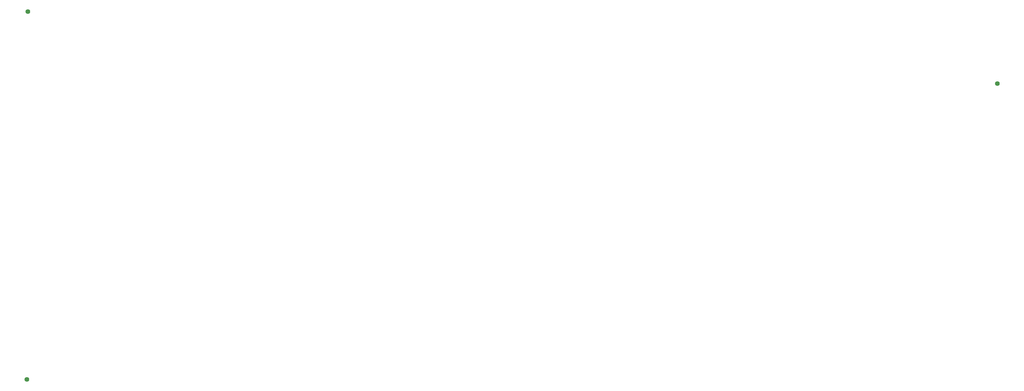
<source format=gbr>
G04 #@! TF.GenerationSoftware,KiCad,Pcbnew,(6.0.11)*
G04 #@! TF.CreationDate,2024-09-08T15:44:03-05:00*
G04 #@! TF.ProjectId,Plate-Base,506c6174-652d-4426-9173-652e6b696361,3.3*
G04 #@! TF.SameCoordinates,Original*
G04 #@! TF.FileFunction,Soldermask,Top*
G04 #@! TF.FilePolarity,Negative*
%FSLAX46Y46*%
G04 Gerber Fmt 4.6, Leading zero omitted, Abs format (unit mm)*
G04 Created by KiCad (PCBNEW (6.0.11)) date 2024-09-08 15:44:03*
%MOMM*%
%LPD*%
G01*
G04 APERTURE LIST*
%ADD10C,1.626000*%
G04 APERTURE END LIST*
D10*
X396063453Y-163784200D03*
X63163453Y-139084200D03*
X62763453Y-265384200D03*
M02*

</source>
